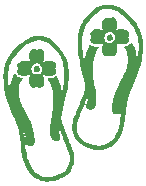
<source format=gbr>
%TF.GenerationSoftware,KiCad,Pcbnew,7.0.2*%
%TF.CreationDate,2023-05-26T00:25:00+02:00*%
%TF.ProjectId,usb-power-stick,7573622d-706f-4776-9572-2d737469636b,rev?*%
%TF.SameCoordinates,Original*%
%TF.FileFunction,Legend,Bot*%
%TF.FilePolarity,Positive*%
%FSLAX46Y46*%
G04 Gerber Fmt 4.6, Leading zero omitted, Abs format (unit mm)*
G04 Created by KiCad (PCBNEW 7.0.2) date 2023-05-26 00:25:00*
%MOMM*%
%LPD*%
G01*
G04 APERTURE LIST*
G04 APERTURE END LIST*
%TO.C,G\u002A\u002A\u002A*%
G36*
X148204291Y-106803206D02*
G01*
X148288220Y-106848035D01*
X148344875Y-106908323D01*
X148382423Y-106991007D01*
X148390041Y-107079507D01*
X148368542Y-107165934D01*
X148318742Y-107242400D01*
X148241454Y-107301016D01*
X148155042Y-107327924D01*
X148068538Y-107323289D01*
X147989296Y-107291405D01*
X147923352Y-107237253D01*
X147876743Y-107165812D01*
X147855505Y-107082064D01*
X147865676Y-106990988D01*
X147892775Y-106927970D01*
X147952220Y-106856176D01*
X148028889Y-106809781D01*
X148115380Y-106791290D01*
X148204291Y-106803206D01*
G37*
G36*
X142060264Y-109481822D02*
G01*
X142107132Y-109510377D01*
X142167473Y-109576111D01*
X142201987Y-109655996D01*
X142210402Y-109742030D01*
X142192449Y-109826212D01*
X142147856Y-109900538D01*
X142076352Y-109957005D01*
X142064105Y-109963150D01*
X141967146Y-109990814D01*
X141873170Y-109983024D01*
X141788305Y-109941318D01*
X141718679Y-109867233D01*
X141681534Y-109783615D01*
X141676285Y-109698880D01*
X141698707Y-109619121D01*
X141744067Y-109549677D01*
X141807634Y-109495886D01*
X141884677Y-109463088D01*
X141970465Y-109456620D01*
X142060264Y-109481822D01*
G37*
G36*
X149719903Y-107087262D02*
G01*
X149742284Y-107136913D01*
X149757130Y-107201042D01*
X149756976Y-107279400D01*
X149743648Y-107360527D01*
X149703054Y-107446867D01*
X149632675Y-107517830D01*
X149528872Y-107578177D01*
X149469153Y-107602310D01*
X149315789Y-107638114D01*
X149147048Y-107645695D01*
X148969442Y-107625070D01*
X148789481Y-107576257D01*
X148741782Y-107559654D01*
X148698145Y-107544869D01*
X148679641Y-107539173D01*
X148681448Y-107550009D01*
X148692657Y-107587639D01*
X148711002Y-107642909D01*
X148727621Y-107695970D01*
X148761878Y-107857364D01*
X148775739Y-108022172D01*
X148767482Y-108174202D01*
X148738865Y-108312712D01*
X148688068Y-108441623D01*
X148617570Y-108539666D01*
X148526900Y-108607689D01*
X148518227Y-108612082D01*
X148417952Y-108641026D01*
X148310028Y-108637490D01*
X148204310Y-108601661D01*
X148119893Y-108558410D01*
X148026097Y-108602006D01*
X148006059Y-108610926D01*
X147905090Y-108640694D01*
X147811708Y-108638287D01*
X147716106Y-108603759D01*
X147700479Y-108595279D01*
X147616674Y-108526064D01*
X147551272Y-108429310D01*
X147505271Y-108309981D01*
X147479672Y-108173038D01*
X147475475Y-108023444D01*
X147493678Y-107866162D01*
X147535282Y-107706153D01*
X147540903Y-107689321D01*
X147561208Y-107626668D01*
X147574706Y-107581976D01*
X147578717Y-107564010D01*
X147563352Y-107567218D01*
X147521569Y-107580027D01*
X147463145Y-107599623D01*
X147451448Y-107603525D01*
X147332268Y-107631423D01*
X147194516Y-107647094D01*
X147051569Y-107650182D01*
X146916810Y-107640330D01*
X146803617Y-107617182D01*
X146792824Y-107613797D01*
X146669103Y-107559572D01*
X146574559Y-107487674D01*
X146510851Y-107401223D01*
X146479634Y-107303336D01*
X146482565Y-107197131D01*
X146521300Y-107085728D01*
X146556289Y-107016617D01*
X147662659Y-107016617D01*
X147663880Y-107136922D01*
X147695391Y-107248405D01*
X147705313Y-107267888D01*
X147757473Y-107340902D01*
X147826876Y-107410738D01*
X147902306Y-107467209D01*
X147972545Y-107500126D01*
X148107135Y-107520634D01*
X148232943Y-107507884D01*
X148345648Y-107465036D01*
X148440932Y-107395253D01*
X148514478Y-107301698D01*
X148561968Y-107187532D01*
X148579083Y-107055918D01*
X148578938Y-107040150D01*
X148559801Y-106910156D01*
X148508116Y-106798404D01*
X148423243Y-106703452D01*
X148376284Y-106669608D01*
X148290453Y-106625476D01*
X148199615Y-106594280D01*
X148119893Y-106582452D01*
X148066249Y-106588527D01*
X147979542Y-106613543D01*
X147892676Y-106652090D01*
X147822016Y-106697829D01*
X147818123Y-106701096D01*
X147742042Y-106788871D01*
X147689467Y-106897322D01*
X147662659Y-107016617D01*
X146556289Y-107016617D01*
X146564140Y-107001109D01*
X146521542Y-106909026D01*
X146505706Y-106871097D01*
X146480250Y-106757618D01*
X146490783Y-106653199D01*
X146536644Y-106559410D01*
X146617174Y-106477819D01*
X146731710Y-106409997D01*
X146777089Y-106391198D01*
X146822470Y-106378693D01*
X146876855Y-106371450D01*
X146949739Y-106368209D01*
X147050617Y-106367712D01*
X147124776Y-106368517D01*
X147213008Y-106372327D01*
X147283958Y-106380707D01*
X147349755Y-106395286D01*
X147422527Y-106417695D01*
X147443363Y-106424623D01*
X147507475Y-106444715D01*
X147543748Y-106452707D01*
X147558057Y-106449383D01*
X147556276Y-106435525D01*
X147552351Y-106425993D01*
X147501215Y-106269168D01*
X147472313Y-106109783D01*
X147464831Y-105953015D01*
X147477959Y-105804038D01*
X147510884Y-105668029D01*
X147562795Y-105550164D01*
X147632880Y-105455618D01*
X147720328Y-105389566D01*
X147776518Y-105370791D01*
X147864324Y-105363628D01*
X147956742Y-105374250D01*
X148038275Y-105402048D01*
X148114616Y-105440994D01*
X148205149Y-105402048D01*
X148253046Y-105384775D01*
X148350825Y-105366155D01*
X148444039Y-105367577D01*
X148519459Y-105389566D01*
X148579451Y-105431654D01*
X148646179Y-105501188D01*
X148696771Y-105578833D01*
X148719836Y-105633611D01*
X148753045Y-105769920D01*
X148763818Y-105924380D01*
X148752460Y-106089072D01*
X148719274Y-106256079D01*
X148664565Y-106417483D01*
X148660052Y-106432565D01*
X148668086Y-106438828D01*
X148697164Y-106432494D01*
X148754312Y-106413228D01*
X148851931Y-106383607D01*
X149012572Y-106353743D01*
X149170277Y-106345950D01*
X149319887Y-106359229D01*
X149456240Y-106392580D01*
X149574175Y-106445003D01*
X149668531Y-106515498D01*
X149734146Y-106603065D01*
X149750114Y-106645147D01*
X149761066Y-106735082D01*
X149750284Y-106831681D01*
X149718499Y-106920169D01*
X149675671Y-107001157D01*
X149703802Y-107055918D01*
X149719903Y-107087262D01*
G37*
G36*
X143546699Y-109749539D02*
G01*
X143560080Y-109778385D01*
X143588548Y-109887370D01*
X143581677Y-109990809D01*
X143541160Y-110085767D01*
X143468691Y-110169309D01*
X143365965Y-110238497D01*
X143234674Y-110290396D01*
X143177868Y-110302572D01*
X143070083Y-110312668D01*
X142946627Y-110313277D01*
X142819762Y-110304924D01*
X142701751Y-110288135D01*
X142604855Y-110263434D01*
X142550492Y-110245452D01*
X142506248Y-110232617D01*
X142487363Y-110229630D01*
X142486888Y-110231459D01*
X142493033Y-110256408D01*
X142509291Y-110299456D01*
X142512723Y-110308242D01*
X142530287Y-110364106D01*
X142550016Y-110439863D01*
X142568258Y-110521737D01*
X142579784Y-110587961D01*
X142591281Y-110761943D01*
X142574126Y-110922504D01*
X142528748Y-111063753D01*
X142488994Y-111143274D01*
X142449305Y-111200768D01*
X142403202Y-111241261D01*
X142342050Y-111274498D01*
X142244759Y-111304370D01*
X142147617Y-111301601D01*
X142041902Y-111265867D01*
X141948106Y-111222439D01*
X141847794Y-111268320D01*
X141841231Y-111271268D01*
X141727423Y-111304575D01*
X141621636Y-111301636D01*
X141525791Y-111263199D01*
X141441810Y-111190012D01*
X141371615Y-111082825D01*
X141348865Y-111032727D01*
X141304668Y-110877917D01*
X141289760Y-110706802D01*
X141304310Y-110524861D01*
X141348490Y-110337574D01*
X141354883Y-110316877D01*
X141372734Y-110251139D01*
X141376704Y-110216345D01*
X141367231Y-110209514D01*
X141218916Y-110258568D01*
X141041068Y-110296475D01*
X140872751Y-110309705D01*
X140718002Y-110298608D01*
X140580855Y-110263537D01*
X140465345Y-110204846D01*
X140375507Y-110122885D01*
X140337587Y-110061508D01*
X140309954Y-109961983D01*
X140313070Y-109855841D01*
X140347665Y-109752762D01*
X140348748Y-109750656D01*
X141485921Y-109750656D01*
X141508555Y-109866446D01*
X141559233Y-109974346D01*
X141637176Y-110068180D01*
X141741605Y-110141769D01*
X141785116Y-110157392D01*
X141863282Y-110171289D01*
X141952253Y-110177197D01*
X142037258Y-110174298D01*
X142103525Y-110161777D01*
X142120207Y-110155220D01*
X142191422Y-110112654D01*
X142265129Y-110050754D01*
X142329440Y-109980517D01*
X142372469Y-109912942D01*
X142374217Y-109909030D01*
X142404630Y-109796407D01*
X142404771Y-109675587D01*
X142376883Y-109556339D01*
X142323207Y-109448433D01*
X142245984Y-109361640D01*
X142196857Y-109327909D01*
X142112783Y-109286776D01*
X142024411Y-109257448D01*
X141948106Y-109246263D01*
X141896566Y-109251750D01*
X141807390Y-109277393D01*
X141717882Y-109318225D01*
X141644098Y-109367826D01*
X141594060Y-109417724D01*
X141527895Y-109520117D01*
X141492108Y-109633154D01*
X141485921Y-109750656D01*
X140348748Y-109750656D01*
X140391090Y-109668346D01*
X140348882Y-109585440D01*
X140328644Y-109536244D01*
X140309068Y-109440620D01*
X140310576Y-109345987D01*
X140333854Y-109266876D01*
X140340764Y-109254453D01*
X140402895Y-109179287D01*
X140492409Y-109111388D01*
X140600594Y-109057591D01*
X140710012Y-109028095D01*
X140845287Y-109013285D01*
X140991434Y-109014343D01*
X141136741Y-109031162D01*
X141269499Y-109063638D01*
X141291742Y-109070897D01*
X141355314Y-109090412D01*
X141391127Y-109098031D01*
X141405101Y-109094502D01*
X141403160Y-109080577D01*
X141386358Y-109039401D01*
X141350595Y-108936658D01*
X141328002Y-108838236D01*
X141315961Y-108730313D01*
X141311849Y-108599070D01*
X141311826Y-108595680D01*
X141312053Y-108496062D01*
X141315096Y-108424179D01*
X141322194Y-108370553D01*
X141334585Y-108325707D01*
X141353506Y-108280163D01*
X141372768Y-108241467D01*
X141445654Y-108136586D01*
X141532375Y-108066050D01*
X141631661Y-108030395D01*
X141742243Y-108030153D01*
X141862851Y-108065859D01*
X141953383Y-108104805D01*
X142029724Y-108065859D01*
X142093503Y-108041635D01*
X142190693Y-108027130D01*
X142285896Y-108034518D01*
X142364932Y-108063881D01*
X142397271Y-108087140D01*
X142467178Y-108160999D01*
X142527135Y-108255535D01*
X142569112Y-108359136D01*
X142584256Y-108428203D01*
X142596019Y-108557505D01*
X142593792Y-108701304D01*
X142578497Y-108847564D01*
X142551057Y-108984253D01*
X142512393Y-109099336D01*
X142510729Y-109103562D01*
X142512043Y-109114947D01*
X142531058Y-109115587D01*
X142573594Y-109104700D01*
X142645473Y-109081506D01*
X142694910Y-109065753D01*
X142761794Y-109048682D01*
X142829744Y-109038365D01*
X142910894Y-109033170D01*
X143017382Y-109031461D01*
X143080324Y-109031364D01*
X143159447Y-109032719D01*
X143216682Y-109037344D01*
X143261747Y-109046836D01*
X143304359Y-109062793D01*
X143354234Y-109086810D01*
X143373648Y-109096985D01*
X143477774Y-109170140D01*
X143548078Y-109256452D01*
X143583706Y-109353771D01*
X143583802Y-109459949D01*
X143547513Y-109572837D01*
X143503860Y-109664920D01*
X143509260Y-109675587D01*
X143546699Y-109749539D01*
G37*
G36*
X150937090Y-107980015D02*
G01*
X150936288Y-108005237D01*
X150915843Y-108332015D01*
X150876098Y-108662729D01*
X150816230Y-109000283D01*
X150735417Y-109347579D01*
X150632838Y-109707523D01*
X150507671Y-110083018D01*
X150359093Y-110476968D01*
X150186282Y-110892278D01*
X149988418Y-111331851D01*
X149964231Y-111384235D01*
X149906835Y-111511648D01*
X149852665Y-111635947D01*
X149804973Y-111749455D01*
X149767012Y-111844494D01*
X149742035Y-111913387D01*
X149721137Y-111981012D01*
X149675138Y-112154791D01*
X149630276Y-112356884D01*
X149587628Y-112580953D01*
X149548268Y-112820662D01*
X149513274Y-113069675D01*
X149483722Y-113321655D01*
X149460686Y-113570266D01*
X149455349Y-113634108D01*
X149405888Y-114052150D01*
X149333518Y-114442626D01*
X149238405Y-114804982D01*
X149120714Y-115138666D01*
X148980610Y-115443123D01*
X148818259Y-115717802D01*
X148759017Y-115798717D01*
X148662461Y-115912522D01*
X148551416Y-116028811D01*
X148434557Y-116139060D01*
X148320560Y-116234747D01*
X148218102Y-116307349D01*
X148171797Y-116335083D01*
X147946242Y-116445710D01*
X147702344Y-116528798D01*
X147448895Y-116581217D01*
X147279781Y-116593840D01*
X147081803Y-116587293D01*
X146872504Y-116561326D01*
X146661986Y-116516768D01*
X146544023Y-116485260D01*
X146390102Y-116439267D01*
X146253640Y-116391059D01*
X146122789Y-116336327D01*
X145985706Y-116270762D01*
X145941605Y-116248086D01*
X145703255Y-116104692D01*
X145496657Y-115942201D01*
X145322121Y-115760975D01*
X145179957Y-115561379D01*
X145070474Y-115343773D01*
X144993982Y-115108523D01*
X144991109Y-115096666D01*
X144972398Y-115006495D01*
X144960561Y-114916389D01*
X144954375Y-114813864D01*
X144952617Y-114686440D01*
X144952643Y-114674029D01*
X144954901Y-114606287D01*
X145323509Y-114606287D01*
X145329222Y-114835428D01*
X145368839Y-115050382D01*
X145442305Y-115250567D01*
X145549568Y-115435402D01*
X145690573Y-115604304D01*
X145693662Y-115607439D01*
X145858573Y-115750573D01*
X146055658Y-115880046D01*
X146281597Y-115994174D01*
X146533067Y-116091276D01*
X146806747Y-116169667D01*
X146887746Y-116186260D01*
X147027247Y-116205023D01*
X147172701Y-116214931D01*
X147310191Y-116215191D01*
X147425802Y-116205009D01*
X147583403Y-116171941D01*
X147804195Y-116094548D01*
X148009630Y-115983954D01*
X148199159Y-115841011D01*
X148372237Y-115666570D01*
X148528314Y-115461484D01*
X148666844Y-115226605D01*
X148787280Y-114962783D01*
X148889075Y-114670871D01*
X148971680Y-114351721D01*
X149034549Y-114006183D01*
X149077134Y-113635111D01*
X149079462Y-113607726D01*
X149114802Y-113246774D01*
X149156974Y-112905181D01*
X149205302Y-112587431D01*
X149259108Y-112298006D01*
X149317717Y-112041389D01*
X149329999Y-111992158D01*
X149345917Y-111924456D01*
X149355838Y-111876873D01*
X149357992Y-111857493D01*
X149356309Y-111858176D01*
X149344485Y-111881643D01*
X149324335Y-111932303D01*
X149298133Y-112003706D01*
X149268151Y-112089402D01*
X149236661Y-112182940D01*
X149205936Y-112277869D01*
X149178248Y-112367739D01*
X149140439Y-112507677D01*
X149103153Y-112677190D01*
X149074044Y-112845993D01*
X149055038Y-113002712D01*
X149048063Y-113135978D01*
X149045522Y-113206043D01*
X149024782Y-113328313D01*
X148981479Y-113424037D01*
X148913572Y-113496905D01*
X148819021Y-113550612D01*
X148755643Y-113570623D01*
X148645151Y-113577946D01*
X148538876Y-113553736D01*
X148443882Y-113501179D01*
X148367235Y-113423459D01*
X148315996Y-113323763D01*
X148311121Y-113305308D01*
X148302063Y-113232160D01*
X148299145Y-113132418D01*
X148301945Y-113013659D01*
X148310042Y-112883458D01*
X148323012Y-112749393D01*
X148340435Y-112619038D01*
X148361887Y-112499970D01*
X148402735Y-112324111D01*
X148504130Y-111976718D01*
X148636625Y-111611311D01*
X148799731Y-111229081D01*
X148992958Y-110831219D01*
X149215819Y-110418918D01*
X149265703Y-110329675D01*
X149351981Y-110166674D01*
X149421150Y-110020990D01*
X149476822Y-109884106D01*
X149522610Y-109747511D01*
X149562125Y-109602689D01*
X149591259Y-109478643D01*
X149618773Y-109336155D01*
X149636260Y-109201102D01*
X149645532Y-109058592D01*
X149648399Y-108893737D01*
X149642765Y-108709872D01*
X149617577Y-108499877D01*
X149570763Y-108311837D01*
X149500769Y-108139878D01*
X149406039Y-107978123D01*
X149314696Y-107843496D01*
X149420766Y-107822450D01*
X149547639Y-107788173D01*
X149689964Y-107721262D01*
X149805265Y-107630048D01*
X149891936Y-107515578D01*
X149945302Y-107422136D01*
X150012425Y-107513483D01*
X150131824Y-107701301D01*
X150239948Y-107935020D01*
X150323013Y-108195800D01*
X150380825Y-108483016D01*
X150413188Y-108796042D01*
X150427279Y-109030532D01*
X150460110Y-108861699D01*
X150462055Y-108851659D01*
X150527337Y-108443182D01*
X150561569Y-108055543D01*
X150564755Y-107688783D01*
X150536898Y-107342944D01*
X150478002Y-107018069D01*
X150388069Y-106714200D01*
X150267104Y-106431379D01*
X150254144Y-106405989D01*
X150145790Y-106218338D01*
X150011783Y-106020251D01*
X149858170Y-105818917D01*
X149690997Y-105621526D01*
X149516309Y-105435268D01*
X149340151Y-105267332D01*
X149168570Y-105124909D01*
X148980398Y-104991328D01*
X148736450Y-104847792D01*
X148497163Y-104741449D01*
X148262300Y-104672307D01*
X148031625Y-104640377D01*
X147804902Y-104645669D01*
X147581895Y-104688194D01*
X147362368Y-104767962D01*
X147146086Y-104884982D01*
X146932812Y-105039266D01*
X146722311Y-105230823D01*
X146616422Y-105341670D01*
X146435576Y-105553245D01*
X146273261Y-105772511D01*
X146134813Y-105992016D01*
X146025564Y-106204306D01*
X146004792Y-106252817D01*
X145953322Y-106391427D01*
X145904165Y-106547365D01*
X145861592Y-106706440D01*
X145829875Y-106854461D01*
X145825117Y-106883050D01*
X145810661Y-107003073D01*
X145799508Y-107148961D01*
X145791890Y-107311763D01*
X145788040Y-107482532D01*
X145788188Y-107652319D01*
X145792568Y-107812174D01*
X145801410Y-107953150D01*
X145811933Y-108061224D01*
X145826117Y-108186442D01*
X145842990Y-108321517D01*
X145861759Y-108461215D01*
X145881631Y-108600301D01*
X145901812Y-108733540D01*
X145921509Y-108855699D01*
X145939929Y-108961542D01*
X145956279Y-109045835D01*
X145969764Y-109103343D01*
X145979592Y-109128832D01*
X145983936Y-109120232D01*
X145991335Y-109083435D01*
X145999332Y-109026700D01*
X146012461Y-108937895D01*
X146034690Y-108816130D01*
X146062485Y-108681285D01*
X146093232Y-108545400D01*
X146124315Y-108420513D01*
X146153119Y-108318664D01*
X146173575Y-108257068D01*
X146207676Y-108164621D01*
X146247420Y-108064864D01*
X146290093Y-107963848D01*
X146332979Y-107867625D01*
X146373361Y-107782249D01*
X146408526Y-107713773D01*
X146435756Y-107668248D01*
X146452337Y-107651728D01*
X146460597Y-107655672D01*
X146492350Y-107676136D01*
X146537994Y-107708208D01*
X146598871Y-107745545D01*
X146722999Y-107796557D01*
X146870779Y-107833002D01*
X147034625Y-107852673D01*
X147206225Y-107863363D01*
X147145056Y-107959207D01*
X147069859Y-108087924D01*
X146959475Y-108326030D01*
X146866956Y-108593842D01*
X146793103Y-108888900D01*
X146738716Y-109208745D01*
X146735400Y-109235860D01*
X146725506Y-109355915D01*
X146719039Y-109502792D01*
X146715932Y-109668225D01*
X146716122Y-109843946D01*
X146719546Y-110021689D01*
X146726139Y-110193185D01*
X146735838Y-110350169D01*
X146748578Y-110484372D01*
X146777158Y-110703913D01*
X146822394Y-110994337D01*
X146874055Y-111273103D01*
X146929898Y-111527307D01*
X146958134Y-111665424D01*
X146984242Y-111853917D01*
X146999613Y-112049708D01*
X147003771Y-112242142D01*
X146996242Y-112420562D01*
X146976550Y-112574313D01*
X146966961Y-112620542D01*
X146931416Y-112749064D01*
X146886183Y-112868572D01*
X146835193Y-112969583D01*
X146782378Y-113042617D01*
X146763811Y-113061236D01*
X146667992Y-113127774D01*
X146560825Y-113159995D01*
X146447148Y-113157084D01*
X146331798Y-113118231D01*
X146290764Y-113094767D01*
X146207515Y-113020163D01*
X146154113Y-112926942D01*
X146131762Y-112819524D01*
X146141666Y-112702326D01*
X146185029Y-112579766D01*
X146188937Y-112571710D01*
X146211036Y-112521502D01*
X146226070Y-112473323D01*
X146235851Y-112417289D01*
X146242190Y-112343510D01*
X146246899Y-112242100D01*
X146249255Y-112160857D01*
X146249045Y-112085500D01*
X146245183Y-112045314D01*
X146237717Y-112041389D01*
X146227149Y-112063558D01*
X146205044Y-112115968D01*
X146174408Y-112191701D01*
X146137738Y-112284582D01*
X146097527Y-112388435D01*
X146050821Y-112508813D01*
X145991364Y-112659695D01*
X145923922Y-112829065D01*
X145851581Y-113009287D01*
X145777428Y-113192727D01*
X145704550Y-113371749D01*
X145636034Y-113538719D01*
X145574967Y-113686001D01*
X145524435Y-113805959D01*
X145510329Y-113839555D01*
X145414009Y-114107769D01*
X145351753Y-114363540D01*
X145323509Y-114606287D01*
X144954901Y-114606287D01*
X144958654Y-114493714D01*
X144976558Y-114324614D01*
X145008296Y-114158350D01*
X145055808Y-113986544D01*
X145121035Y-113800815D01*
X145205918Y-113592786D01*
X145236781Y-113520340D01*
X145295970Y-113378932D01*
X145361732Y-113219294D01*
X145431970Y-113046714D01*
X145504587Y-112866479D01*
X145577485Y-112683877D01*
X145648566Y-112504195D01*
X145715734Y-112332720D01*
X145776891Y-112174740D01*
X145829939Y-112035542D01*
X145872782Y-111920415D01*
X145903321Y-111834644D01*
X145935565Y-111739622D01*
X145974468Y-111619973D01*
X146004810Y-111514857D01*
X146026504Y-111419190D01*
X146039460Y-111327888D01*
X146043590Y-111235867D01*
X146038805Y-111138041D01*
X146025017Y-111029328D01*
X146002137Y-110904641D01*
X145970077Y-110758898D01*
X145928749Y-110587013D01*
X145878063Y-110383903D01*
X145800771Y-110070842D01*
X145712778Y-109696800D01*
X145637157Y-109351967D01*
X145573378Y-109033042D01*
X145520907Y-108736725D01*
X145479212Y-108459715D01*
X145447762Y-108198712D01*
X145426023Y-107950415D01*
X145413463Y-107711524D01*
X145409551Y-107478739D01*
X145409703Y-107440332D01*
X145421520Y-107114888D01*
X145453499Y-106816169D01*
X145507579Y-106538612D01*
X145585696Y-106276651D01*
X145689789Y-106024721D01*
X145821793Y-105777259D01*
X145983646Y-105528701D01*
X146177286Y-105273481D01*
X146365464Y-105056059D01*
X146594778Y-104831601D01*
X146830326Y-104643994D01*
X147072259Y-104493132D01*
X147320725Y-104378912D01*
X147575876Y-104301230D01*
X147639868Y-104289176D01*
X147765901Y-104274943D01*
X147906656Y-104267816D01*
X148049281Y-104267981D01*
X148180921Y-104275624D01*
X148288726Y-104290931D01*
X148343588Y-104303169D01*
X148619218Y-104386932D01*
X148892580Y-104506697D01*
X149162031Y-104661202D01*
X149425929Y-104849183D01*
X149682634Y-105069376D01*
X149930504Y-105320519D01*
X150167897Y-105601347D01*
X150393171Y-105910598D01*
X150541098Y-106149074D01*
X150675474Y-106417048D01*
X150781133Y-106694695D01*
X150859098Y-106985915D01*
X150910397Y-107294609D01*
X150936052Y-107624676D01*
X150936239Y-107688783D01*
X150937090Y-107980015D01*
G37*
G36*
X145116169Y-117350251D02*
G01*
X145116160Y-117359000D01*
X145114030Y-117485511D01*
X145107346Y-117587552D01*
X145094924Y-117677287D01*
X145075578Y-117766880D01*
X145041248Y-117887069D01*
X144947543Y-118116286D01*
X144821476Y-118326593D01*
X144663104Y-118517941D01*
X144472485Y-118690284D01*
X144249674Y-118843574D01*
X143994728Y-118977763D01*
X143707703Y-119092803D01*
X143388657Y-119188646D01*
X143381055Y-119190585D01*
X143289050Y-119211982D01*
X143194470Y-119230958D01*
X143116648Y-119243607D01*
X143079215Y-119248087D01*
X142816015Y-119258644D01*
X142554213Y-119233547D01*
X142298605Y-119173868D01*
X142053989Y-119080680D01*
X141825163Y-118955054D01*
X141772068Y-118918183D01*
X141661877Y-118829249D01*
X141545600Y-118722179D01*
X141432210Y-118605918D01*
X141330680Y-118489415D01*
X141249984Y-118381613D01*
X141219972Y-118335825D01*
X141062264Y-118057833D01*
X140926532Y-117750042D01*
X140812973Y-117413111D01*
X140721786Y-117047700D01*
X140653167Y-116654469D01*
X140607313Y-116234077D01*
X140603245Y-116184450D01*
X140577270Y-115919393D01*
X140544596Y-115654811D01*
X140506287Y-115396880D01*
X140463406Y-115151773D01*
X140417019Y-114925662D01*
X140368188Y-114724722D01*
X140317977Y-114555126D01*
X140309761Y-114531194D01*
X140272953Y-114433336D01*
X140225942Y-114318124D01*
X140173912Y-114197986D01*
X140122047Y-114085353D01*
X140069202Y-113973784D01*
X139854969Y-113497521D01*
X139669475Y-113042352D01*
X139512192Y-112606457D01*
X139382596Y-112188016D01*
X139280160Y-111785208D01*
X139204360Y-111396212D01*
X139154668Y-111019209D01*
X139130560Y-110652378D01*
X139129599Y-110379039D01*
X139502348Y-110379039D01*
X139504569Y-110644893D01*
X139521961Y-110923262D01*
X139553961Y-111204412D01*
X139600007Y-111478612D01*
X139642658Y-111694343D01*
X139656334Y-111463700D01*
X139685558Y-111167468D01*
X139740659Y-110879655D01*
X139820737Y-110618928D01*
X139925992Y-110384642D01*
X140056625Y-110176153D01*
X140124355Y-110083664D01*
X140167482Y-110168524D01*
X140174779Y-110182258D01*
X140252628Y-110285702D01*
X140360589Y-110373201D01*
X140493957Y-110441628D01*
X140648024Y-110487856D01*
X140754885Y-110510223D01*
X140690617Y-110597773D01*
X140664706Y-110634095D01*
X140578698Y-110775637D01*
X140513813Y-110924017D01*
X140467901Y-111086366D01*
X140438815Y-111269816D01*
X140424406Y-111481499D01*
X140421437Y-111643428D01*
X140426084Y-111802614D01*
X140440510Y-111950573D01*
X140466093Y-112100855D01*
X140504209Y-112267011D01*
X140528945Y-112361989D01*
X140555590Y-112453821D01*
X140584692Y-112540494D01*
X140618642Y-112627351D01*
X140659832Y-112719733D01*
X140710653Y-112822983D01*
X140773495Y-112942442D01*
X140850751Y-113083454D01*
X140944811Y-113251359D01*
X140968903Y-113294413D01*
X141135339Y-113610742D01*
X141287857Y-113934023D01*
X141423835Y-114257662D01*
X141540647Y-114575066D01*
X141635671Y-114879644D01*
X141706282Y-115164801D01*
X141714530Y-115206335D01*
X141734496Y-115330027D01*
X141750294Y-115462338D01*
X141761502Y-115595681D01*
X141767699Y-115722465D01*
X141768462Y-115835102D01*
X141763371Y-115926001D01*
X141752003Y-115987574D01*
X141717846Y-116061716D01*
X141647731Y-116145666D01*
X141557433Y-116205248D01*
X141453933Y-116237483D01*
X141344213Y-116239394D01*
X141235255Y-116208001D01*
X141192999Y-116185947D01*
X141113858Y-116122615D01*
X141060008Y-116039221D01*
X141029284Y-115931628D01*
X141019524Y-115795702D01*
X141013442Y-115672099D01*
X140995538Y-115520438D01*
X140967696Y-115355707D01*
X140931803Y-115189035D01*
X140889752Y-115031550D01*
X140881133Y-115002988D01*
X140852196Y-114910745D01*
X140820969Y-114815562D01*
X140789724Y-114723888D01*
X140760733Y-114642175D01*
X140736268Y-114576873D01*
X140718602Y-114534433D01*
X140710007Y-114521304D01*
X140710360Y-114529763D01*
X140717603Y-114567814D01*
X140731501Y-114628987D01*
X140750283Y-114705200D01*
X140767161Y-114773660D01*
X140821906Y-115027694D01*
X140872426Y-115312409D01*
X140917939Y-115622632D01*
X140957665Y-115953194D01*
X140990824Y-116298922D01*
X141024896Y-116606705D01*
X141081934Y-116942726D01*
X141157258Y-117258366D01*
X141249729Y-117548937D01*
X141358206Y-117809749D01*
X141416457Y-117924491D01*
X141554206Y-118147763D01*
X141710859Y-118345298D01*
X141883972Y-118514859D01*
X142071099Y-118654209D01*
X142269794Y-118761113D01*
X142477611Y-118833334D01*
X142505998Y-118840193D01*
X142663323Y-118866776D01*
X142832359Y-118879353D01*
X142997863Y-118877314D01*
X143144597Y-118860049D01*
X143235808Y-118839898D01*
X143370096Y-118803499D01*
X143514324Y-118758596D01*
X143656796Y-118709085D01*
X143785815Y-118658863D01*
X143889687Y-118611827D01*
X144013608Y-118544931D01*
X144215214Y-118412210D01*
X144382769Y-118266134D01*
X144517450Y-118105180D01*
X144620435Y-117927828D01*
X144692902Y-117732553D01*
X144736028Y-117517835D01*
X144741861Y-117464247D01*
X144746349Y-117279074D01*
X144726740Y-117084412D01*
X144682229Y-116876204D01*
X144612013Y-116650389D01*
X144515289Y-116402910D01*
X144484943Y-116330266D01*
X144442718Y-116227400D01*
X144391326Y-116100984D01*
X144333080Y-115956744D01*
X144270290Y-115800404D01*
X144205270Y-115637690D01*
X144140331Y-115474328D01*
X144127236Y-115441309D01*
X144066839Y-115289411D01*
X144010170Y-115147518D01*
X143958903Y-115019779D01*
X143914714Y-114910342D01*
X143879275Y-114823357D01*
X143854261Y-114762973D01*
X143841346Y-114733339D01*
X143833761Y-114718670D01*
X143824935Y-114707798D01*
X143819830Y-114716536D01*
X143817936Y-114749351D01*
X143818744Y-114810710D01*
X143821744Y-114905083D01*
X143821875Y-114908818D01*
X143826441Y-115010257D01*
X143833010Y-115084905D01*
X143843424Y-115143165D01*
X143859523Y-115195439D01*
X143883147Y-115252128D01*
X143897980Y-115287748D01*
X143930830Y-115413448D01*
X143930251Y-115528709D01*
X143897068Y-115630550D01*
X143832109Y-115715989D01*
X143736201Y-115782042D01*
X143678605Y-115806456D01*
X143564604Y-115828763D01*
X143456977Y-115815025D01*
X143358005Y-115766149D01*
X143269973Y-115683046D01*
X143195163Y-115566624D01*
X143189081Y-115554565D01*
X143151751Y-115474635D01*
X143123306Y-115398660D01*
X143102605Y-115319739D01*
X143088507Y-115230966D01*
X143079869Y-115125440D01*
X143075550Y-114996257D01*
X143074407Y-114836514D01*
X143074462Y-114776681D01*
X143075114Y-114658106D01*
X143077138Y-114565330D01*
X143081325Y-114490113D01*
X143088466Y-114424218D01*
X143099353Y-114359405D01*
X143114776Y-114287435D01*
X143135527Y-114200069D01*
X143166543Y-114065610D01*
X143225189Y-113773468D01*
X143276902Y-113463346D01*
X143319421Y-113148183D01*
X143323200Y-113114269D01*
X143335157Y-112972686D01*
X143344032Y-112810709D01*
X143349763Y-112636588D01*
X143352287Y-112458573D01*
X143351542Y-112284912D01*
X143347466Y-112123856D01*
X143339996Y-111983654D01*
X143329069Y-111872556D01*
X143294977Y-111657046D01*
X143228992Y-111357642D01*
X143145376Y-111085273D01*
X143044907Y-110842345D01*
X142928361Y-110631266D01*
X142861750Y-110527136D01*
X143042742Y-110516864D01*
X143136924Y-110508128D01*
X143295074Y-110476896D01*
X143433274Y-110427644D01*
X143543973Y-110362693D01*
X143564028Y-110348549D01*
X143604250Y-110327906D01*
X143627483Y-110327444D01*
X143633244Y-110334605D01*
X143657326Y-110374927D01*
X143690726Y-110439578D01*
X143729851Y-110520951D01*
X143771107Y-110611433D01*
X143810898Y-110703416D01*
X143845631Y-110789290D01*
X143860286Y-110828391D01*
X143916797Y-111000063D01*
X143969856Y-111192701D01*
X144016063Y-111393140D01*
X144052016Y-111588219D01*
X144064212Y-111662921D01*
X144076177Y-111730787D01*
X144085197Y-111775913D01*
X144089930Y-111791120D01*
X144094892Y-111775978D01*
X144105333Y-111729025D01*
X144119553Y-111656769D01*
X144136395Y-111565640D01*
X144154704Y-111462064D01*
X144173322Y-111352471D01*
X144191094Y-111243289D01*
X144206863Y-111140946D01*
X144225812Y-111005418D01*
X144264736Y-110635308D01*
X144282286Y-110284858D01*
X144278539Y-109956355D01*
X144253571Y-109652085D01*
X144207456Y-109374336D01*
X144140270Y-109125393D01*
X144093813Y-108997067D01*
X143961923Y-108711037D01*
X143793226Y-108431921D01*
X143587792Y-108159825D01*
X143345689Y-107894855D01*
X143325205Y-107874480D01*
X143115667Y-107687244D01*
X142904422Y-107537287D01*
X142690699Y-107424397D01*
X142473727Y-107348366D01*
X142252734Y-107308984D01*
X142026948Y-107306040D01*
X141795598Y-107339326D01*
X141557913Y-107408630D01*
X141348967Y-107499652D01*
X141126685Y-107627979D01*
X140902772Y-107787895D01*
X140680304Y-107976781D01*
X140462359Y-108192013D01*
X140252015Y-108430971D01*
X140052349Y-108691034D01*
X140017159Y-108740979D01*
X139858919Y-108992776D01*
X139732802Y-109246858D01*
X139636093Y-109510382D01*
X139566077Y-109790503D01*
X139520040Y-110094379D01*
X139515859Y-110135431D01*
X139502348Y-110379039D01*
X139129599Y-110379039D01*
X139129484Y-110346381D01*
X139151759Y-110008249D01*
X139200427Y-109691784D01*
X139276428Y-109393402D01*
X139380706Y-109109521D01*
X139514201Y-108836558D01*
X139677856Y-108570931D01*
X139887222Y-108283004D01*
X140135046Y-107988176D01*
X140394189Y-107726021D01*
X140663499Y-107497597D01*
X140941821Y-107303967D01*
X141228001Y-107146190D01*
X141452677Y-107051111D01*
X141714485Y-106973833D01*
X141973310Y-106933810D01*
X142228809Y-106930940D01*
X142480637Y-106965119D01*
X142728452Y-107036246D01*
X142971909Y-107144217D01*
X143210665Y-107288931D01*
X143444376Y-107470284D01*
X143672698Y-107688173D01*
X143895287Y-107942497D01*
X143946985Y-108007590D01*
X144129412Y-108256625D01*
X144281342Y-108500423D01*
X144404671Y-108744492D01*
X144501294Y-108994343D01*
X144573104Y-109255483D01*
X144621998Y-109533422D01*
X144649869Y-109833671D01*
X144658614Y-110161737D01*
X144658612Y-110164767D01*
X144654531Y-110391304D01*
X144642371Y-110622706D01*
X144621583Y-110862343D01*
X144591621Y-111113583D01*
X144551935Y-111379796D01*
X144501979Y-111664353D01*
X144441204Y-111970622D01*
X144369063Y-112301973D01*
X144285007Y-112661775D01*
X144188490Y-113053399D01*
X144148036Y-113215048D01*
X144109339Y-113372908D01*
X144078878Y-113501947D01*
X144055823Y-113606142D01*
X144039340Y-113689475D01*
X144028597Y-113755924D01*
X144022761Y-113809468D01*
X144021001Y-113854088D01*
X144029006Y-113963417D01*
X144053791Y-114105191D01*
X144094042Y-114269273D01*
X144148423Y-114450247D01*
X144215597Y-114642701D01*
X144248496Y-114729680D01*
X144297867Y-114857498D01*
X144356800Y-115008051D01*
X144422728Y-115174929D01*
X144493080Y-115351722D01*
X144565289Y-115532019D01*
X144636787Y-115709410D01*
X144705005Y-115877484D01*
X144767374Y-116029831D01*
X144821325Y-116160040D01*
X144864291Y-116261700D01*
X144892245Y-116327638D01*
X144968746Y-116521080D01*
X145027005Y-116694213D01*
X145068949Y-116855366D01*
X145096506Y-117012870D01*
X145111603Y-117175055D01*
X145114314Y-117279074D01*
X145116169Y-117350251D01*
G37*
%TD*%
M02*

</source>
